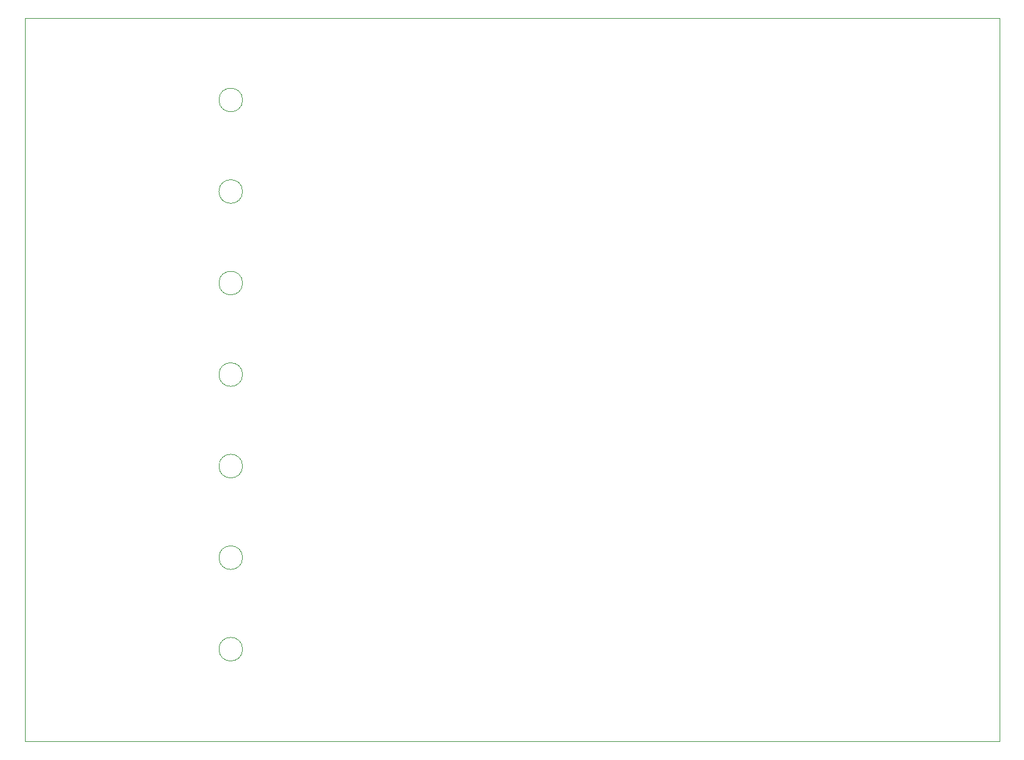
<source format=gbr>
%TF.GenerationSoftware,KiCad,Pcbnew,(6.0.8-1)-1*%
%TF.CreationDate,2022-12-30T20:01:43-05:00*%
%TF.ProjectId,Untitled,556e7469-746c-4656-942e-6b696361645f,rev?*%
%TF.SameCoordinates,Original*%
%TF.FileFunction,Profile,NP*%
%FSLAX46Y46*%
G04 Gerber Fmt 4.6, Leading zero omitted, Abs format (unit mm)*
G04 Created by KiCad (PCBNEW (6.0.8-1)-1) date 2022-12-30 20:01:43*
%MOMM*%
%LPD*%
G01*
G04 APERTURE LIST*
%TA.AperFunction,Profile*%
%ADD10C,0.100000*%
%TD*%
G04 APERTURE END LIST*
D10*
X75200000Y-56400000D02*
G75*
G03*
X75200000Y-56400000I-1600000J0D01*
G01*
X75200000Y-118400000D02*
G75*
G03*
X75200000Y-118400000I-1600000J0D01*
G01*
X75200000Y-106000000D02*
G75*
G03*
X75200000Y-106000000I-1600000J0D01*
G01*
X45720000Y-32920000D02*
X177640000Y-32920000D01*
X177640000Y-32920000D02*
X177640000Y-130910000D01*
X177640000Y-130910000D02*
X45720000Y-130910000D01*
X45720000Y-130910000D02*
X45720000Y-32920000D01*
X75200000Y-68800000D02*
G75*
G03*
X75200000Y-68800000I-1600000J0D01*
G01*
X75200000Y-81200000D02*
G75*
G03*
X75200000Y-81200000I-1600000J0D01*
G01*
X75200000Y-93600000D02*
G75*
G03*
X75200000Y-93600000I-1600000J0D01*
G01*
X75200000Y-44000000D02*
G75*
G03*
X75200000Y-44000000I-1600000J0D01*
G01*
M02*

</source>
